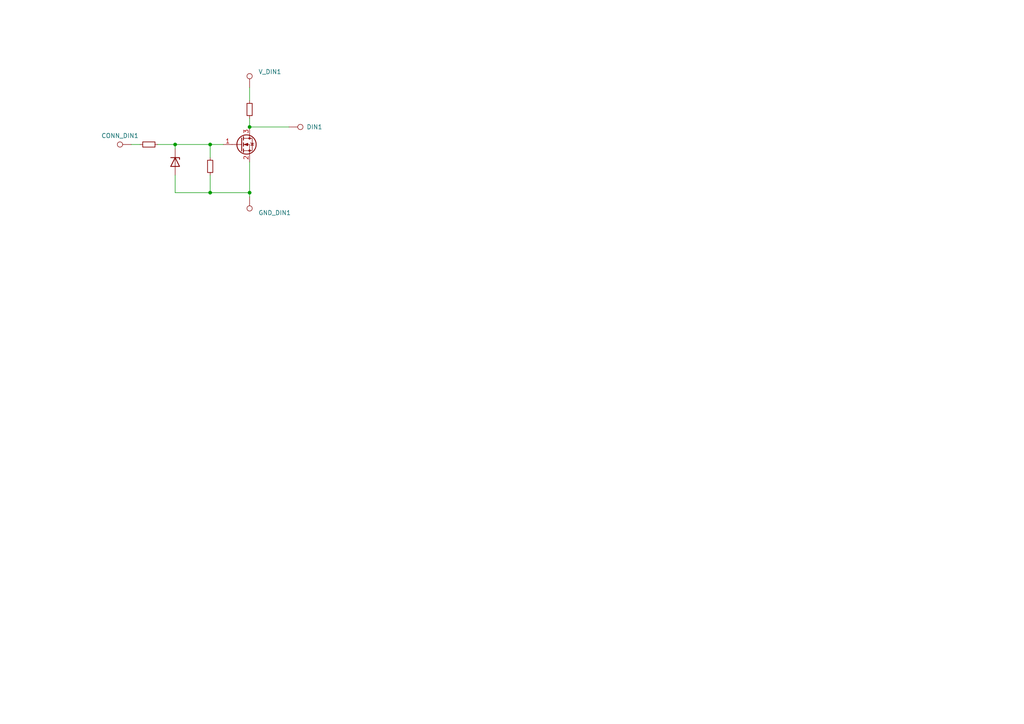
<source format=kicad_sch>
(kicad_sch (version 20250114) (generator "eeschema") (generator_version "9.0")
  (paper "A4")
  (lib_symbols
    (symbol "Connector:TestPoint" (pin_numbers (hide yes)) (pin_names (offset 0.762) (hide yes))
      (property "Reference" "TP" (at 0 6.858 0))
      (property "Value" "TestPoint" (at 0 5.08 0))
      (symbol "TestPoint_0_1"
        (circle (center 0 3.302) (radius 0.762))
      )
      (symbol "TestPoint_1_1"
        (pin passive line (at 0 0 90) (length 2.54) (name "1") (number "1"))
      )
    )
    (symbol "Device:D_Zener" (pin_numbers (hide yes)) (pin_names (offset 1.016) (hide yes))
      (property "Reference" "D" (at 0 2.54 0))
      (property "Value" "D_Zener" (at 0 -2.54 0))
      (symbol "D_Zener_0_1"
        (polyline (pts (xy -1.27 -1.27) (xy -1.27 1.27) (xy -0.762 1.27)) (stroke (width 0.254)))
        (polyline (pts (xy 1.27 0) (xy -1.27 0)))
        (polyline (pts (xy 1.27 -1.27) (xy 1.27 1.27) (xy -1.27 0) (xy 1.27 -1.27)) (stroke (width 0.254)))
      )
      (symbol "D_Zener_1_1"
        (pin passive line (at -3.81 0 0) (length 2.54) (name "K") (number "1"))
        (pin passive line (at 3.81 0 180) (length 2.54) (name "A") (number "2"))
      )
    )
    (symbol "Device:R_Small" (pin_numbers (hide yes)) (pin_names (offset 0.254) (hide yes))
      (property "Reference" "R" (at 0 0 90))
      (property "Value" "R_Small" (at 1.778 0 90))
      (symbol "R_Small_0_1"
        (rectangle (start -0.762 1.778) (end 0.762 -1.778) (stroke (width 0.2032)))
      )
      (symbol "R_Small_1_1"
        (pin passive line (at 0 2.54 270) (length 0.762) (name "~") (number "1"))
        (pin passive line (at 0 -2.54 90) (length 0.762) (name "~") (number "2"))
      )
    )
    (symbol "Transistor_FET:2N7002K" (pin_names (hide yes))
      (property "Reference" "Q" (at 5.08 1.905 0))
      (property "Value" "2N7002K" (at 5.08 0 0))
      (symbol "2N7002K_0_1"
        (polyline (pts (xy 0.254 1.905) (xy 0.254 -1.905)) (stroke (width 0.254)))
        (polyline (pts (xy 0.254 0) (xy -2.54 0)))
        (polyline (pts (xy 0.762 2.286) (xy 0.762 1.27)) (stroke (width 0.254)))
        (polyline (pts (xy 0.762 0.508) (xy 0.762 -0.508)) (stroke (width 0.254)))
        (polyline (pts (xy 0.762 -1.27) (xy 0.762 -2.286)) (stroke (width 0.254)))
        (polyline (pts (xy 0.762 -1.778) (xy 3.302 -1.778) (xy 3.302 1.778) (xy 0.762 1.778)))
        (polyline (pts (xy 1.016 0) (xy 2.032 0.381) (xy 2.032 -0.381) (xy 1.016 0)) (fill (type outline)))
        (circle (center 1.651 0) (radius 2.794) (stroke (width 0.254)))
        (polyline (pts (xy 2.54 2.54) (xy 2.54 1.778)))
        (circle (center 2.54 1.778) (radius 0.254) (fill (type outline)))
        (circle (center 2.54 -1.778) (radius 0.254) (fill (type outline)))
        (polyline (pts (xy 2.54 -2.54) (xy 2.54 0) (xy 0.762 0)))
        (polyline (pts (xy 2.794 0.508) (xy 2.921 0.381) (xy 3.683 0.381) (xy 3.81 0.254)))
        (polyline (pts (xy 3.302 0.381) (xy 2.921 -0.254) (xy 3.683 -0.254) (xy 3.302 0.381)))
      )
      (symbol "2N7002K_1_1"
        (pin input line (at -5.08 0 0) (length 2.54) (name "G") (number "1"))
        (pin passive line (at 2.54 5.08 270) (length 2.54) (name "D") (number "3"))
        (pin passive line (at 2.54 -5.08 90) (length 2.54) (name "S") (number "2"))
      )
    )
  )
  (junction (at 60.96 41.91))
  (junction (at 60.96 55.88))
  (junction (at 50.8 41.91))
  (junction (at 72.39 55.88))
  (junction (at 72.39 36.83))
  (wire (pts (xy 50.8 41.91) (xy 60.96 41.91)))
  (wire (pts (xy 60.96 41.91) (xy 60.96 45.72)))
  (wire (pts (xy 45.72 41.91) (xy 50.8 41.91)))
  (wire (pts (xy 50.8 41.91) (xy 50.8 43.18)))
  (wire (pts (xy 50.8 50.8) (xy 50.8 55.88)))
  (wire (pts (xy 72.39 55.88) (xy 72.39 57.15)))
  (wire (pts (xy 38.1 41.91) (xy 40.64 41.91)))
  (wire (pts (xy 50.8 55.88) (xy 60.96 55.88)))
  (wire (pts (xy 72.39 46.99) (xy 72.39 55.88)))
  (wire (pts (xy 72.39 34.29) (xy 72.39 36.83)))
  (wire (pts (xy 60.96 55.88) (xy 72.39 55.88)))
  (wire (pts (xy 72.39 36.83) (xy 83.82 36.83)))
  (wire (pts (xy 60.96 50.8) (xy 60.96 55.88)))
  (wire (pts (xy 72.39 25.4) (xy 72.39 29.21)))
  (wire (pts (xy 64.77 41.91) (xy 60.96 41.91)))
  (symbol (lib_id "Transistor_FET:2N7002K") (at 69.85 41.91 0) (unit 1)
    (property "Reference" "Q1" (effects (hide yes)))
    (property "Value" "2N7002K" (effects (hide yes)))
    (property "Footprint" "Package_TO_SOT_SMD:SOT-23-3" (effects (hide yes)))
    (property "Datasheet" "https://www.diodes.com/assets/Datasheets/ds30896.pdf" (effects (hide yes)))
    (property "Description" "0.38A Id, 60V Vds, N-Channel MOSFET, SOT-23" (effects (hide yes)))
  )
  (symbol (lib_id "Connector:TestPoint") (at 38.1 41.91 90) (unit 1)
    (property "Reference" "CONN_DIN1" (at 34.798 39.37 90))
    (property "Value" "TestPoint" (effects (hide yes)))
    (property "Footprint" "TestPoint:TestPoint_Pad_D2.5mm" (effects (hide yes)))
    (property "Description" "test point" (effects (hide yes)))
  )
  (symbol (lib_id "Connector:TestPoint") (at 83.82 36.83 270) (unit 1)
    (property "Reference" "DIN1" (at 88.9 36.8299 90) (effects (justify left)))
    (property "Value" "TestPoint" (effects (hide yes)))
    (property "Footprint" "TestPoint:TestPoint_Pad_D2.5mm" (effects (hide yes)))
    (property "Description" "test point" (effects (hide yes)))
  )
  (symbol (lib_id "Device:R_Small") (at 60.96 48.26 0) (unit 1)
    (property "Reference" "R1" (effects (hide yes)))
    (property "Value" "R_Small" (effects (hide yes)))
    (property "Footprint" "Resistor_SMD:R_1206_3216Metric_Pad1.30x1.75mm_HandSolder" (effects (hide yes)))
    (property "Description" "Resistor, small symbol" (effects (hide yes)))
  )
  (symbol (lib_id "Connector:TestPoint") (at 72.39 25.4 0) (unit 1)
    (property "Reference" "V_DIN1" (at 74.93 20.8279 0) (effects (justify left)))
    (property "Value" "TestPoint" (effects (hide yes)))
    (property "Footprint" "TestPoint:TestPoint_Pad_D2.5mm" (effects (hide yes)))
    (property "Description" "test point" (effects (hide yes)))
  )
  (symbol (lib_id "Connector:TestPoint") (at 72.39 57.15 0) (mirror x) (unit 1)
    (property "Reference" "GND_DIN1" (at 74.93 61.7221 0) (effects (justify left)))
    (property "Value" "TestPoint" (effects (hide yes)))
    (property "Footprint" "TestPoint:TestPoint_Pad_D2.5mm" (effects (hide yes)))
    (property "Description" "test point" (effects (hide yes)))
  )
  (symbol (lib_id "Device:R_Small") (at 43.18 41.91 270) (unit 1)
    (property "Reference" "R2" (effects (hide yes)))
    (property "Value" "R_Small" (effects (hide yes)))
    (property "Footprint" "Resistor_SMD:R_1206_3216Metric_Pad1.30x1.75mm_HandSolder" (effects (hide yes)))
    (property "Description" "Resistor, small symbol" (effects (hide yes)))
  )
  (symbol (lib_id "Device:R_Small") (at 72.39 31.75 180) (unit 1)
    (property "Reference" "R3" (effects (hide yes)))
    (property "Value" "R_Small" (effects (hide yes)))
    (property "Footprint" "Resistor_SMD:R_1206_3216Metric_Pad1.30x1.75mm_HandSolder" (effects (hide yes)))
    (property "Description" "Resistor, small symbol" (effects (hide yes)))
  )
  (symbol (lib_id "Device:D_Zener") (at 50.8 46.99 270) (unit 1)
    (property "Reference" "D1" (effects (hide yes)))
    (property "Value" "D_Zener" (effects (hide yes)))
    (property "Footprint" "Diode_SMD:D_SOD-123" (effects (hide yes)))
    (property "Description" "Zener diode" (effects (hide yes)))
  )
)
</source>
